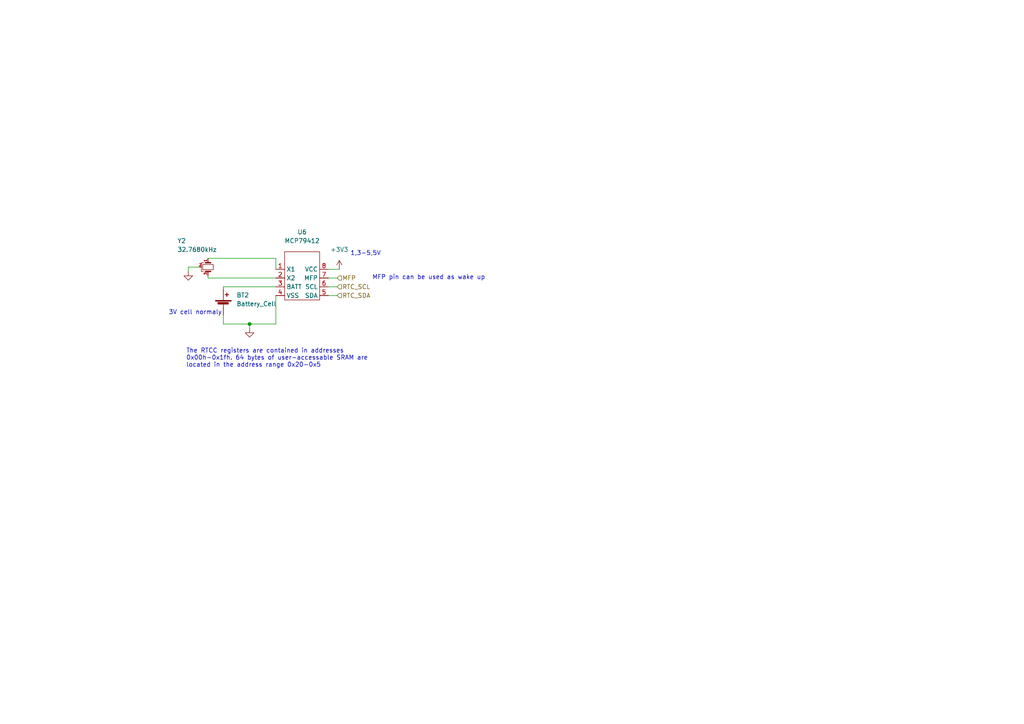
<source format=kicad_sch>
(kicad_sch (version 20211123) (generator eeschema)
  (paper "A4")
  (title_block (title "RP2040 learning board with Li ion battery and RTC") (rev "1"))
  (lib_symbols
    (symbol "Device:Battery_Cell" (pin_numbers hide) (pin_names (offset 0) hide)
      (property "Reference" "BT" (at 2.54 2.54 0))
      (property "Value" "Battery_Cell" (at 2.54 0 0))
      (symbol "Battery_Cell_0_1"
        (rectangle (start -2.286 1.778) (end 2.286 1.524) (fill (type outline)))
        (rectangle (start -1.5748 1.1938) (end 1.4732 0.6858) (fill (type outline)))
        (polyline (pts (xy 0 0.762) (xy 0 0)))
        (polyline (pts (xy 0 1.778) (xy 0 2.54)))
        (polyline (pts (xy 0.508 3.429) (xy 1.524 3.429)) (stroke (width 0.254)))
        (polyline (pts (xy 1.016 3.937) (xy 1.016 2.921)) (stroke (width 0.254)))
      )
      (symbol "Battery_Cell_1_1"
        (pin passive line (at 0 5.08 270) (length 2.54) (name "+") (number "1"))
        (pin passive line (at 0 -2.54 90) (length 2.54) (name "-") (number "2"))
      )
    )
    (symbol "Device:Crystal_GND2_Small" (pin_names (offset 1.016) hide)
      (property "Reference" "Y" (at 0 5.08 0))
      (property "Value" "Crystal_GND2_Small" (at 0 3.175 0))
      (symbol "Crystal_GND2_Small_0_1"
        (rectangle (start -0.762 -1.524) (end 0.762 1.524))
        (polyline (pts (xy -1.27 -0.762) (xy -1.27 0.762)) (stroke (width 0.381)))
        (polyline (pts (xy 1.27 -0.762) (xy 1.27 0.762)) (stroke (width 0.381)))
        (polyline (pts (xy -1.27 -1.27) (xy -1.27 -1.905) (xy 1.27 -1.905) (xy 1.27 -1.27)))
      )
      (symbol "Crystal_GND2_Small_1_1"
        (pin passive line (at -2.54 0 0) (length 1.27) (name "1") (number "1"))
        (pin passive line (at 0 -2.54 90) (length 0.635) (name "2") (number "2"))
        (pin passive line (at 2.54 0 180) (length 1.27) (name "3") (number "3"))
      )
    )
    (symbol "My_custom_lib:MCP79412"
      (property "Reference" "U" (at 0 8.89 0))
      (property "Value" "MCP79412" (at 0 5.08 0))
      (symbol "MCP79412_0_1"
        (rectangle (start -5.08 -6.35) (end 5.08 7.62))
      )
      (symbol "MCP79412_1_1"
        (pin output line (at -7.62 2.54 0) (length 2.54) (name "X1") (number "1"))
        (pin output line (at -7.62 0 0) (length 2.54) (name "X2") (number "2"))
        (pin output line (at -7.62 -2.54 0) (length 2.54) (name "BATT") (number "3"))
        (pin output line (at -7.62 -5.08 0) (length 2.54) (name "VSS") (number "4"))
        (pin output line (at 7.62 -5.08 180) (length 2.54) (name "SDA") (number "5"))
        (pin output line (at 7.62 -2.54 180) (length 2.54) (name "SCL") (number "6"))
        (pin output line (at 7.62 0 180) (length 2.54) (name "MFP") (number "7"))
        (pin output line (at 7.62 2.54 180) (length 2.54) (name "VCC") (number "8"))
      )
    )
    (symbol "power:+3V3" (power) (pin_names (offset 0))
      (property "Value" "+3V3" (at 0 3.556 0))
      (symbol "+3V3_0_1"
        (polyline (pts (xy -0.762 1.27) (xy 0 2.54)))
        (polyline (pts (xy 0 0) (xy 0 2.54)))
        (polyline (pts (xy 0 2.54) (xy 0.762 1.27)))
      )
      (symbol "+3V3_1_1"
        (pin power_in line (at 0 0 90) (length 0) hide (name "+3V3") (number "1"))
      )
    )
    (symbol "power:GND" (power) (pin_names (offset 0))
      (property "Value" "GND" (at 0 -3.81 0))
      (symbol "GND_0_1"
        (polyline (pts (xy 0 0) (xy 0 -1.27) (xy 1.27 -1.27) (xy 0 -2.54) (xy -1.27 -1.27) (xy 0 -1.27)))
      )
      (symbol "GND_1_1"
        (pin power_in line (at 0 0 270) (length 0) hide (name "GND") (number "1"))
      )
    )
  )
  (junction (at 72.39 93.98))
  (wire (pts (xy 72.39 93.98) (xy 80.01 93.98)))
  (wire (pts (xy 64.77 93.98) (xy 72.39 93.98)))
  (wire (pts (xy 64.77 83.185) (xy 64.77 83.82)))
  (wire (pts (xy 60.325 80.645) (xy 60.325 80.01)))
  (wire (pts (xy 80.01 80.645) (xy 60.325 80.645)))
  (wire (pts (xy 64.77 93.98) (xy 64.77 91.44)))
  (wire (pts (xy 54.61 77.47) (xy 54.61 78.74)))
  (wire (pts (xy 80.01 83.185) (xy 64.77 83.185)))
  (wire (pts (xy 80.01 93.98) (xy 80.01 85.725)))
  (wire (pts (xy 95.25 85.725) (xy 97.79 85.725)))
  (wire (pts (xy 60.325 74.93) (xy 80.01 74.93)))
  (wire (pts (xy 95.25 80.645) (xy 97.79 80.645)))
  (wire (pts (xy 95.25 83.185) (xy 97.79 83.185)))
  (wire (pts (xy 54.61 77.47) (xy 57.785 77.47)))
  (wire (pts (xy 72.39 93.98) (xy 72.39 95.25)))
  (wire (pts (xy 80.01 74.93) (xy 80.01 78.105)))
  (wire (pts (xy 95.25 78.105) (xy 98.425 78.105)))
  (text "1,3-5,5V" (at 101.6 74.295 0) (effects (font (size 1.27 1.27)) (justify left bottom)))
  (text "3V cell normaly " (at 48.895 91.44 0) (effects (font (size 1.27 1.27)) (justify left bottom)))
  (text "MFP pin can be used as wake up" (at 107.95 81.28 0) (effects (font (size 1.27 1.27)) (justify left bottom)))
  (text "The RTCC registers are contained in addresses\n0x00h-0x1fh. 64 bytes of user-accessable SRAM are\nlocated in the address range 0x20-0x5" (at 53.975 106.68 0) (effects (font (size 1.27 1.27)) (justify left bottom)))
  (hierarchical_label "MFP" (shape input) (at 97.79 80.645 0))
  (hierarchical_label "RTC_SDA" (shape input) (at 97.79 85.725 0))
  (hierarchical_label "RTC_SCL" (shape input) (at 97.79 83.185 0))
  (symbol (lib_id "power:GND") (at 54.61 78.74 0) (unit 1)
    (property "Reference" "#PWR058" (effects hide))
    (property "Value" "GND" (effects hide))
  )
  (symbol (lib_id "Device:Crystal_GND2_Small") (at 60.325 77.47 270) (unit 1)
    (property "Reference" "Y2" (at 51.435 69.85 90) (effects (justify left)))
    (property "Value" "32.7680kHz" (at 51.435 72.39 90) (effects (justify left)))
    (property "Footprint" "Crystal:Crystal_AT310_D3.0mm_L10.0mm_Vertical" (effects hide))
  )
  (symbol (lib_id "power:+3V3") (at 98.425 78.105 0) (unit 1)
    (property "Reference" "#PWR060" (effects hide))
    (property "Value" "+3V3" (at 98.425 72.39 0))
  )
  (symbol (lib_id "power:GND") (at 72.39 95.25 0) (unit 1)
    (property "Reference" "#PWR059" (effects hide))
    (property "Value" "GND" (effects hide))
  )
  (symbol (lib_id "My_custom_lib:MCP79412") (at 87.63 80.645 0) (unit 1)
    (property "Reference" "U6" (at 87.63 67.31 0))
    (property "Value" "MCP79412" (at 87.63 69.85 0))
    (property "Footprint" "Package_SO:TSSOP-8_4.4x3mm_P0.65mm" (effects hide))
    (property "Datasheet" "https://ro.mouser.com/datasheet/2/268/22266A-47240.pdf" (effects hide))
  )
  (symbol (lib_id "Device:Battery_Cell") (at 64.77 88.9 0) (unit 1)
    (property "Reference" "BT2" (at 68.58 85.5979 0) (effects (justify left)))
    (property "Value" "Battery_Cell" (at 68.58 88.1379 0) (effects (justify left)))
    (property "Footprint" "Z_mycustom_footprint_lib:BATHLD001THM" (effects hide))
  )
)
</source>
